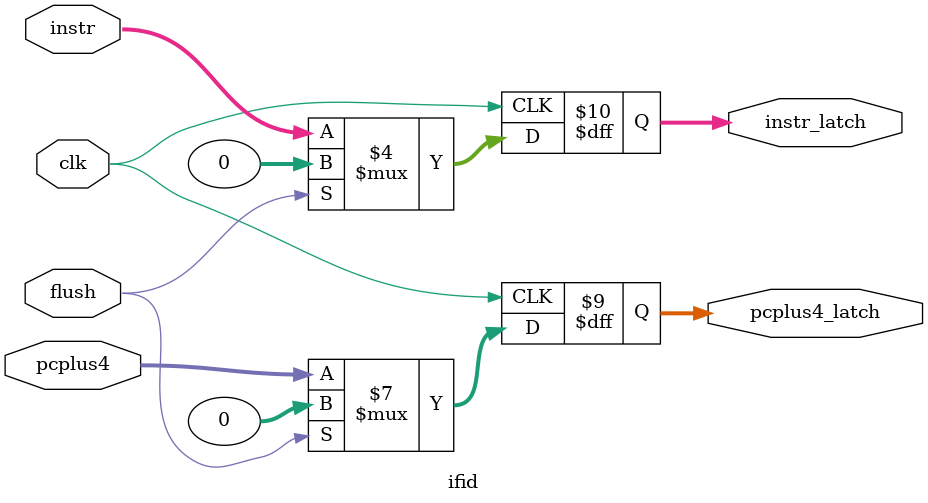
<source format=v>
module ifid # (parameter WIDTH = 32)
				  (clk, pcplus4, instr, flush, pcplus4_latch, instr_latch);

input clk, flush;
input [WIDTH-1:0] pcplus4, instr;
output [WIDTH-1:0] pcplus4_latch;
output [WIDTH-1:0] instr_latch;

reg [WIDTH-1:0] pcplus4_latch ;
reg [WIDTH-1:0] instr_latch ;
 
initial begin
pcplus4_latch = 0;
instr_latch = 0;
end

always@(posedge clk)
begin
if(flush) begin
pcplus4_latch <= 0;
instr_latch <= 0;
end
else 
begin
pcplus4_latch <= pcplus4;
instr_latch <= instr;
end
end

endmodule

 

</source>
